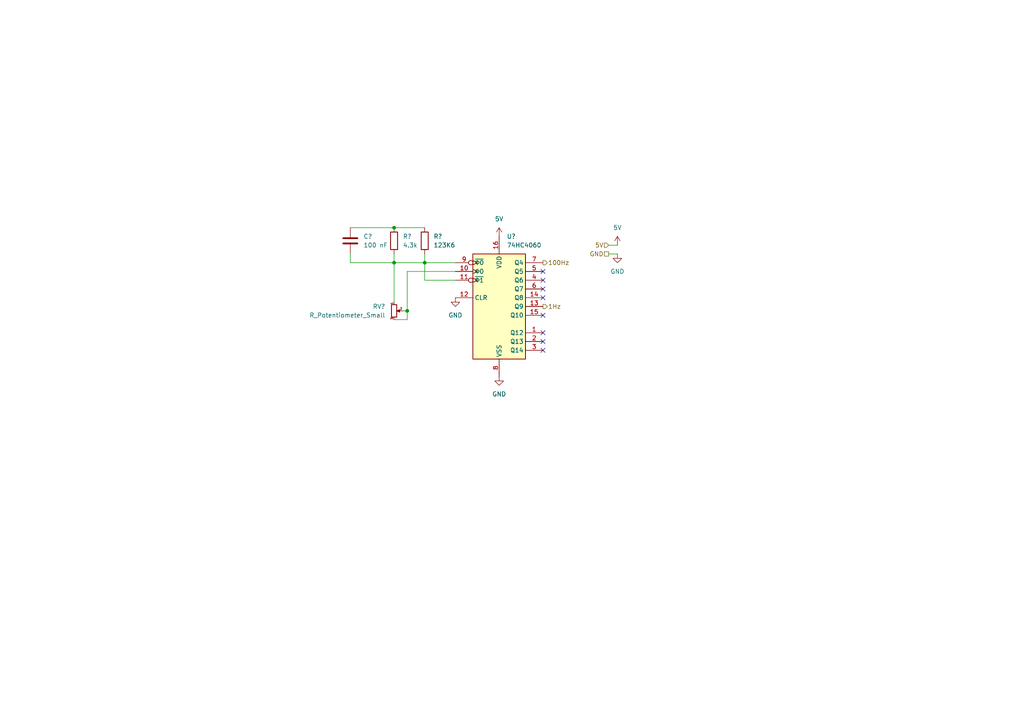
<source format=kicad_sch>
(kicad_sch (version 20231120) (generator "eeschema") (generator_version "8.0")
  (paper "A4")
  (lib_symbols
    (symbol "74xx:74HC4060"
      (property "Reference" "U" (at 5.08 16.51 0))
      (property "Value" "74HC4060" (at 7.62 -16.51 0))
      (symbol "74HC4060_1_0"
        (pin output line (at 12.7 -7.62 180) (length 5.08) (name "Q12") (number "1"))
        (pin input clock (at -12.7 10.16 0) (length 5.08) (name "Φ0") (number "10"))
        (pin input inverted_clock (at -12.7 7.62 0) (length 5.08) (name "~{Φ1}") (number "11"))
        (pin input line (at -12.7 2.54 0) (length 5.08) (name "CLR") (number "12"))
        (pin output line (at 12.7 0 180) (length 5.08) (name "Q9") (number "13"))
        (pin output line (at 12.7 2.54 180) (length 5.08) (name "Q8") (number "14"))
        (pin output line (at 12.7 -2.54 180) (length 5.08) (name "Q10") (number "15"))
        (pin power_in line (at 0 20.32 270) (length 5.08) (name "VDD") (number "16"))
        (pin output line (at 12.7 -10.16 180) (length 5.08) (name "Q13") (number "2"))
        (pin output line (at 12.7 -12.7 180) (length 5.08) (name "Q14") (number "3"))
        (pin output line (at 12.7 7.62 180) (length 5.08) (name "Q6") (number "4"))
        (pin output line (at 12.7 10.16 180) (length 5.08) (name "Q5") (number "5"))
        (pin output line (at 12.7 5.08 180) (length 5.08) (name "Q7") (number "6"))
        (pin output line (at 12.7 12.7 180) (length 5.08) (name "Q4") (number "7"))
        (pin power_in line (at 0 -20.32 90) (length 5.08) (name "VSS") (number "8"))
        (pin input inverted_clock (at -12.7 12.7 0) (length 5.08) (name "~{Φ0}") (number "9"))
      )
      (symbol "74HC4060_1_1"
        (rectangle (start -7.62 15.24) (end 7.62 -15.24) (stroke (width 0.254)) (fill (type background)))
      )
    )
    (symbol "Device:C" (pin_numbers hide) (pin_names (offset 0.254))
      (property "Reference" "C" (at 0.635 2.54 0))
      (property "Value" "C" (at 0.635 -2.54 0))
      (symbol "C_0_1"
        (polyline (pts (xy -2.032 -0.762) (xy 2.032 -0.762)) (stroke (width 0.508)))
        (polyline (pts (xy -2.032 0.762) (xy 2.032 0.762)) (stroke (width 0.508)))
      )
      (symbol "C_1_1"
        (pin passive line (at 0 3.81 270) (length 2.794) (name "~") (number "1"))
        (pin passive line (at 0 -3.81 90) (length 2.794) (name "~") (number "2"))
      )
    )
    (symbol "Device:R" (pin_numbers hide) (pin_names (offset 0))
      (property "Reference" "R" (at 2.032 0 90))
      (property "Value" "R" (at 0 0 90))
      (symbol "R_0_1"
        (rectangle (start -1.016 -2.54) (end 1.016 2.54) (stroke (width 0.254)))
      )
      (symbol "R_1_1"
        (pin passive line (at 0 3.81 270) (length 1.27) (name "~") (number "1"))
        (pin passive line (at 0 -3.81 90) (length 1.27) (name "~") (number "2"))
      )
    )
    (symbol "Device:R_Potentiometer_Small" (pin_names (offset 1.016) hide)
      (property "Reference" "RV" (at -4.445 0 90))
      (property "Value" "R_Potentiometer_Small" (at -2.54 0 90))
      (symbol "R_Potentiometer_Small_0_1"
        (polyline (pts (xy 0.889 0) (xy 0.635 0) (xy 1.651 0.381) (xy 1.651 -0.381) (xy 0.635 0) (xy 0.889 0)) (fill (type outline)))
        (rectangle (start 0.762 1.8034) (end -0.762 -1.8034) (stroke (width 0.254)))
      )
      (symbol "R_Potentiometer_Small_1_1"
        (pin passive line (at 0 2.54 270) (length 0.635) (name "1") (number "1"))
        (pin passive line (at 2.54 0 180) (length 0.9906) (name "2") (number "2"))
        (pin passive line (at 0 -2.54 90) (length 0.635) (name "3") (number "3"))
      )
    )
    (symbol "power:GND" (power) (pin_numbers hide) (pin_names (offset 0) hide)
      (property "Value" "GND" (at 0 -3.81 0))
      (symbol "GND_0_1"
        (polyline (pts (xy 0 0) (xy 0 -1.27) (xy 1.27 -1.27) (xy 0 -2.54) (xy -1.27 -1.27) (xy 0 -1.27)))
      )
      (symbol "GND_1_1"
        (pin power_in line (at 0 0 270) (length 0) (name "~") (number "1"))
      )
    )
    (symbol "power:VCC" (power) (pin_numbers hide) (pin_names (offset 0) hide)
      (property "Value" "VCC" (at 0 3.556 0))
      (symbol "VCC_0_1"
        (polyline (pts (xy -0.762 1.27) (xy 0 2.54)))
        (polyline (pts (xy 0 0) (xy 0 2.54)))
        (polyline (pts (xy 0 2.54) (xy 0.762 1.27)))
      )
      (symbol "VCC_1_1"
        (pin power_in line (at 0 0 90) (length 0) (name "~") (number "1"))
      )
    )
  )
  (junction (at 123.19 76.2))
  (junction (at 114.3 76.2))
  (junction (at 118.11 90.17))
  (junction (at 114.3 66.04))
  (no_connect (at 157.48 81.28))
  (no_connect (at 157.48 99.06))
  (no_connect (at 157.48 83.82))
  (no_connect (at 157.48 96.52))
  (no_connect (at 157.48 78.74))
  (no_connect (at 157.48 86.36))
  (no_connect (at 157.48 91.44))
  (no_connect (at 157.48 101.6))
  (wire (pts (xy 114.3 76.2) (xy 114.3 87.63)))
  (wire (pts (xy 114.3 73.66) (xy 114.3 76.2)))
  (wire (pts (xy 114.3 66.04) (xy 123.19 66.04)))
  (wire (pts (xy 114.3 76.2) (xy 123.19 76.2)))
  (wire (pts (xy 123.19 81.28) (xy 132.08 81.28)))
  (wire (pts (xy 118.11 78.74) (xy 132.08 78.74)))
  (wire (pts (xy 101.6 73.66) (xy 101.6 76.2)))
  (wire (pts (xy 101.6 76.2) (xy 114.3 76.2)))
  (wire (pts (xy 101.6 66.04) (xy 114.3 66.04)))
  (wire (pts (xy 114.3 92.71) (xy 118.11 92.71)))
  (wire (pts (xy 118.11 90.17) (xy 118.11 92.71)))
  (wire (pts (xy 118.11 78.74) (xy 118.11 90.17)))
  (wire (pts (xy 123.19 76.2) (xy 132.08 76.2)))
  (wire (pts (xy 123.19 73.66) (xy 123.19 76.2)))
  (wire (pts (xy 123.19 76.2) (xy 123.19 81.28)))
  (wire (pts (xy 116.84 90.17) (xy 118.11 90.17)))
  (wire (pts (xy 176.53 71.12) (xy 179.07 71.12)))
  (wire (pts (xy 176.53 73.66) (xy 179.07 73.66)))
  (hierarchical_label "100Hz" (shape output) (at 157.48 76.2 0))
  (hierarchical_label "GND" (shape passive) (at 176.53 73.66 180))
  (hierarchical_label "1Hz" (shape output) (at 157.48 88.9 0))
  (hierarchical_label "5V" (shape input) (at 176.53 71.12 180))
  (symbol (lib_id "Device:R_Potentiometer_Small") (at 114.3 90.17 0) (unit 1)
    (property "Reference" "RV?" (at 111.76 88.8999 0) (effects (justify right)))
    (property "Value" "R_Potentiometer_Small" (at 111.76 91.4399 0) (effects (justify right)))
    (property "Footprint" "Potentiometer_THT:Potentiometer_ACP_CA9-V10_Vertical" (effects (hide yes)))
    (property "Description" "Potentiometer" (effects (hide yes)))
  )
  (symbol (lib_id "Device:R") (at 114.3 69.85 0) (unit 1)
    (property "Reference" "R?" (at 116.84 68.5799 0) (effects (justify left)))
    (property "Value" "4.3k" (at 116.84 71.1199 0) (effects (justify left)))
    (property "Footprint" "Resistor_THT:R_Axial_DIN0204_L3.6mm_D1.6mm_P5.08mm_Horizontal" (effects (hide yes)))
    (property "Description" "Resistor" (effects (hide yes)))
  )
  (symbol (lib_id "power:GND") (at 132.08 86.36 0) (unit 1)
    (property "Reference" "#PWR043" (effects (hide yes)))
    (property "Value" "GND" (at 132.08 91.44 0))
    (property "Description" "Power symbol creates a global label with name \"GND\" , ground" (effects (hide yes)))
  )
  (symbol (lib_id "power:VCC") (at 144.78 68.58 0) (unit 1)
    (property "Reference" "#PWR?" (effects (hide yes)))
    (property "Value" "5V" (at 144.78 63.5 0))
    (property "Description" "Power symbol creates a global label with name \"VCC\"" (effects (hide yes)))
  )
  (symbol (lib_id "Device:R") (at 123.19 69.85 0) (unit 1)
    (property "Reference" "R?" (at 125.73 68.5799 0) (effects (justify left)))
    (property "Value" "123K6" (at 125.73 71.1199 0) (effects (justify left)))
    (property "Footprint" "Resistor_THT:R_Axial_DIN0204_L3.6mm_D1.6mm_P5.08mm_Horizontal" (effects (hide yes)))
    (property "Description" "Resistor" (effects (hide yes)))
  )
  (symbol (lib_id "power:GND") (at 179.07 73.66 0) (unit 1)
    (property "Reference" "#PWR042" (effects (hide yes)))
    (property "Value" "GND" (at 179.07 78.74 0))
    (property "Description" "Power symbol creates a global label with name \"GND\" , ground" (effects (hide yes)))
  )
  (symbol (lib_id "74xx:74HC4060") (at 144.78 88.9 0) (unit 1)
    (property "Reference" "U?" (at 146.9741 68.58 0) (effects (justify left)))
    (property "Value" "74HC4060" (at 146.9741 71.12 0) (effects (justify left)))
    (property "Footprint" "Package_DIP:DIP-16_W7.62mm" (effects (hide yes)))
    (property "Datasheet" "https://www.st.com/resource/en/datasheet/m74hc4060.pdf" (effects (hide yes)))
    (property "Description" "Binary counter (14-stages) and oscillator" (effects (hide yes)))
  )
  (symbol (lib_id "power:GND") (at 144.78 109.22 0) (unit 1)
    (property "Reference" "#PWR?" (effects (hide yes)))
    (property "Value" "GND" (at 144.78 114.3 0))
    (property "Description" "Power symbol creates a global label with name \"GND\" , ground" (effects (hide yes)))
  )
  (symbol (lib_id "Device:C") (at 101.6 69.85 0) (unit 1)
    (property "Reference" "C?" (at 105.41 68.5799 0) (effects (justify left)))
    (property "Value" "100 nF" (at 105.41 71.1199 0) (effects (justify left)))
    (property "Footprint" "Capacitor_THT:C_Disc_D7.0mm_W2.5mm_P5.00mm" (effects (hide yes)))
    (property "Description" "Unpolarized capacitor" (effects (hide yes)))
  )
  (symbol (lib_id "power:VCC") (at 179.07 71.12 0) (unit 1)
    (property "Reference" "#PWR041" (effects (hide yes)))
    (property "Value" "5V" (at 179.07 66.04 0))
    (property "Description" "Power symbol creates a global label with name \"VCC\"" (effects (hide yes)))
  )
)
</source>
